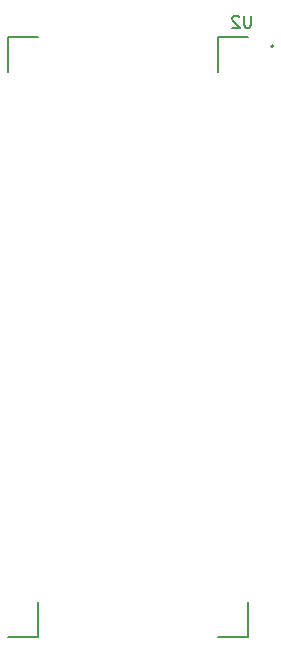
<source format=gbr>
%TF.GenerationSoftware,KiCad,Pcbnew,8.0.1*%
%TF.CreationDate,2024-03-27T22:20:37-06:00*%
%TF.ProjectId,weather-station-receiver,77656174-6865-4722-9d73-746174696f6e,rev?*%
%TF.SameCoordinates,Original*%
%TF.FileFunction,Legend,Bot*%
%TF.FilePolarity,Positive*%
%FSLAX46Y46*%
G04 Gerber Fmt 4.6, Leading zero omitted, Abs format (unit mm)*
G04 Created by KiCad (PCBNEW 8.0.1) date 2024-03-27 22:20:37*
%MOMM*%
%LPD*%
G01*
G04 APERTURE LIST*
%ADD10C,0.150000*%
%ADD11C,0.200000*%
G04 APERTURE END LIST*
D10*
X170283804Y-68644419D02*
X170283804Y-69453942D01*
X170283804Y-69453942D02*
X170236185Y-69549180D01*
X170236185Y-69549180D02*
X170188566Y-69596800D01*
X170188566Y-69596800D02*
X170093328Y-69644419D01*
X170093328Y-69644419D02*
X169902852Y-69644419D01*
X169902852Y-69644419D02*
X169807614Y-69596800D01*
X169807614Y-69596800D02*
X169759995Y-69549180D01*
X169759995Y-69549180D02*
X169712376Y-69453942D01*
X169712376Y-69453942D02*
X169712376Y-68644419D01*
X169283804Y-68739657D02*
X169236185Y-68692038D01*
X169236185Y-68692038D02*
X169140947Y-68644419D01*
X169140947Y-68644419D02*
X168902852Y-68644419D01*
X168902852Y-68644419D02*
X168807614Y-68692038D01*
X168807614Y-68692038D02*
X168759995Y-68739657D01*
X168759995Y-68739657D02*
X168712376Y-68834895D01*
X168712376Y-68834895D02*
X168712376Y-68930133D01*
X168712376Y-68930133D02*
X168759995Y-69072990D01*
X168759995Y-69072990D02*
X169331423Y-69644419D01*
X169331423Y-69644419D02*
X168712376Y-69644419D01*
D11*
%TO.C,U2*%
X149709900Y-73409600D02*
X149709900Y-70459600D01*
X152249900Y-70459600D02*
X149709900Y-70459600D01*
X152249900Y-118309600D02*
X152249900Y-121259600D01*
X152249900Y-121259600D02*
X149709900Y-121259600D01*
X167489900Y-73409600D02*
X167489900Y-70459600D01*
X170029900Y-70459600D02*
X167489900Y-70459600D01*
X170029900Y-118309600D02*
X170029900Y-121259600D01*
X170029900Y-121259600D02*
X167489900Y-121259600D01*
X172174900Y-71219600D02*
G75*
G02*
X171974900Y-71219600I-100000J0D01*
G01*
X171974900Y-71219600D02*
G75*
G02*
X172174900Y-71219600I100000J0D01*
G01*
%TD*%
M02*

</source>
